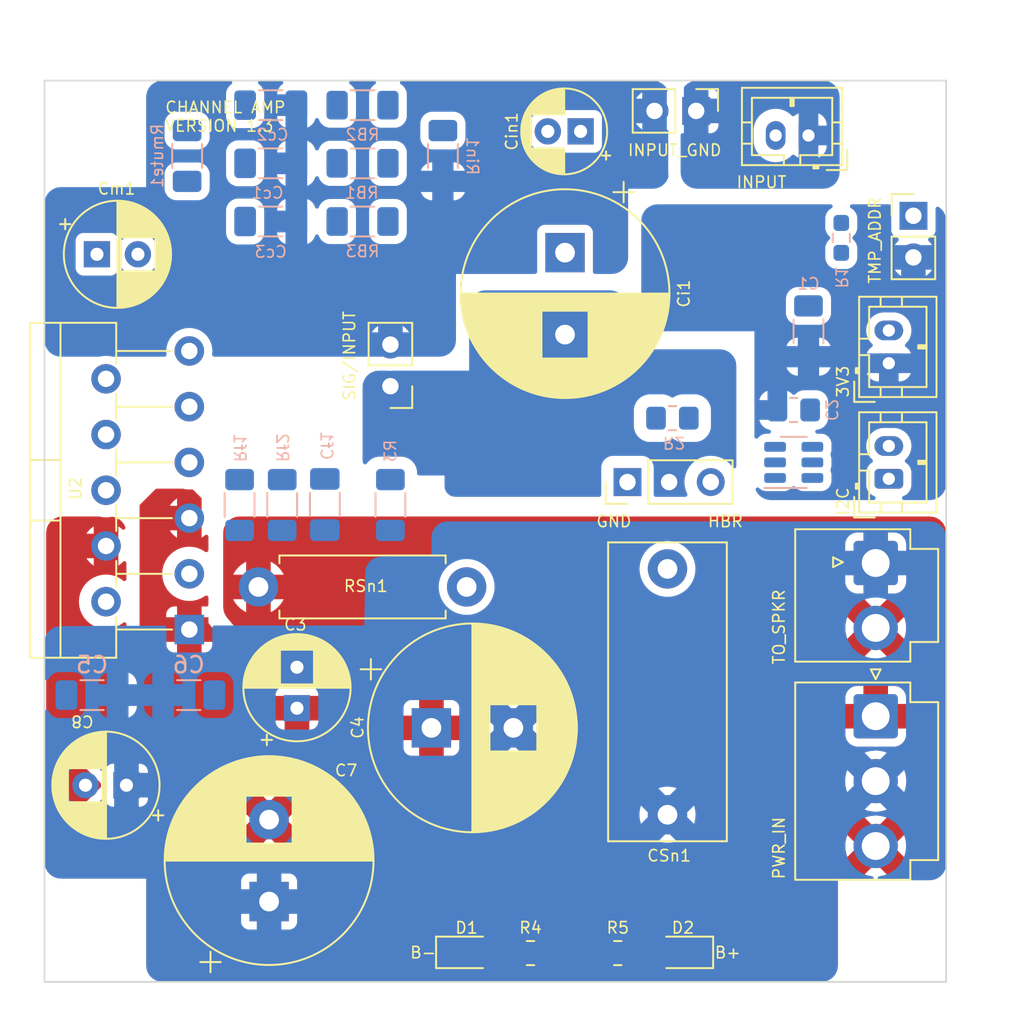
<source format=kicad_pcb>
(kicad_pcb (version 20221018) (generator pcbnew)
  (layers (0 "F.Cu" signal) (31 "B.Cu" signal) (34 "B.Paste" user) (35 "F.Paste" user) (36 "B.SilkS" user "B.Silkscreen") (37 "F.SilkS" user "F.Silkscreen") (38 "B.Mask" user) (39 "F.Mask" user) (44 "Edge.Cuts" user))
  (net 0 "")
  (net 1 "Net-(U2-+)")
  (net 2 "Net-(Cf1-Pad1)")
  (net 3 "CH1-IN")
  (net 4 "Net-(Ci1-Pad1)")
  (net 5 "VP")
  (net 6 "VM")
  (net 7 "CH1-OUT")
  (net 8 "INPUTGND")
  (net 9 "PGND")
  (net 10 "Net-(U2-MUTE)")
  (net 11 "Net-(CSn1-Pad2)")
  (net 12 "Net-(D1-A)")
  (net 13 "Net-(D2-A)")
  (net 14 "Net-(Cin1-Pad2)")
  (net 15 "DGND")
  (net 16 "3V3")
  (net 17 "ADD1")
  (net 18 "SIGGND")
  (net 19 "SCL")
  (net 20 "SDA")
  (net 21 "Net-(J7-Pin_3)")
  (net 25 "CH1GND")
  (net 26 "OPAMP_NEG")
  (net 27 "Net-(Cc2-Pad1)")
  (net 28 "Net-(Cc1-Pad1)")
  (footprint "Capacitor_THT:CP_Radial_D6.3mm_P2.50mm" (layer "F.Cu") (at 81.3 120.45 180)
    (fp_text reference "C8" (at 2.687379 3.9 180 unlocked) (layer "F.SilkS") (effects (font (size 0.7 0.7) (thickness 0.1))))
    (fp_text value "22U 50V")
    (pad "1" thru_hole rect (at 0 0 180) (size 1.6 1.6) (drill 0.8) (layers "*.Cu" "*.Mask") (net 9 "PGND"))
    (pad "2" thru_hole circle (at 2.5 0 180) (size 1.6 1.6) (drill 0.8) (layers "*.Cu" "*.Mask") (net 6 "VM"))
  )
  (footprint "Resistor_SMD:R_0805_2012Metric_Pad1.20x1.40mm_HandSolder" (layer "F.Cu") (at 111.27 130.695 180)
    (fp_text reference "R5" (at 0 1.545 unlocked) (layer "F.SilkS") (effects (font (size 0.7 0.7) (thickness 0.1))))
    (fp_text value "9.1K")
    (pad "1" smd roundrect (at -1 0 180) (size 1.2 1.4) (layers "F.Cu" "F.Paste" "F.Mask") (roundrect_rratio 0.2083333333) (net 13 "Net-(D2-A)"))
    (pad "2" smd roundrect (at 1 0 180) (size 1.2 1.4) (layers "F.Cu" "F.Paste" "F.Mask") (roundrect_rratio 0.2083333333) (net 5 "VP"))
  )
  (footprint "Capacitor_THT:CP_Radial_D6.3mm_P2.50mm" (layer "F.Cu") (at 91.7 115.75 90)
    (fp_text reference "C3" (at 5.1 -0.1 unlocked) (layer "F.SilkS") (effects (font (size 0.7 0.7) (thickness 0.1))))
    (fp_text value "22U 50V")
    (pad "1" thru_hole rect (at 0 0 90) (size 1.6 1.6) (drill 0.8) (layers "*.Cu" "*.Mask") (net 5 "VP"))
    (pad "2" thru_hole circle (at 2.5 0 90) (size 1.6 1.6) (drill 0.8) (layers "*.Cu" "*.Mask") (net 9 "PGND"))
  )
  (footprint "Capacitor_THT:CP_Radial_D12.5mm_P5.00mm" (layer "F.Cu") (at 108.05 87.95 -90)
    (fp_text reference "Ci1" (at 2.5 -7.25 90 unlocked) (layer "F.SilkS") (effects (font (size 0.7 0.7) (thickness 0.1))))
    (fp_text value "1000U 35V")
    (pad "1" thru_hole rect (at 0 0 270) (size 2.4 2.4) (drill 1.2) (layers "*.Cu" "*.Mask") (net 4 "Net-(Ci1-Pad1)"))
    (pad "2" thru_hole circle (at 5 0 270) (size 2.4 2.4) (drill 1.2) (layers "*.Cu" "*.Mask") (net 18 "SIGGND"))
  )
  (footprint "MountingHole:MountingHole_3mm" (layer "F.Cu") (at 128.8 129.95)
    (fp_text reference "H4" hide)
    (fp_text value "MountingHole")
    (pad "" np_thru_hole circle (at 0 0) (size 3 3) (drill 3) (layers "*.Cu" "*.Mask"))
  )
  (footprint "Connector_JST:JST_PH_B2B-PH-K_1x02_P2.00mm_Vertical" (layer "F.Cu") (at 122.9 80.8 180)
    (fp_text reference "J3" hide)
    (fp_text value "Conn_01x02_Male")
    (pad "1" thru_hole roundrect (at 0 0 180) (size 1.2 1.75) (drill 0.75) (layers "*.Cu" "*.Mask") (roundrect_rratio 0.2083333333) (net 25 "CH1GND"))
    (pad "2" thru_hole oval (at 2 0 180) (size 1.2 1.75) (drill 0.75) (layers "*.Cu" "*.Mask") (net 3 "CH1-IN"))
  )
  (footprint "Connector_JST:JST_VH_B3P-VH-B_1x03_P3.96mm_Vertical" (layer "F.Cu") (at 127 116.24 -90)
    (fp_text reference "J9" hide)
    (fp_text value "Conn_01x03_Male")
    (pad "1" thru_hole roundrect (at 0 0 270) (size 2.7 2.7) (drill 1.7) (layers "*.Cu" "*.Mask") (roundrect_rratio 0.09259296296) (net 5 "VP"))
    (pad "2" thru_hole circle (at 3.96 0 270) (size 2.7 2.7) (drill 1.7) (layers "*.Cu" "*.Mask") (net 9 "PGND"))
    (pad "3" thru_hole circle (at 7.92 0 270) (size 2.7 2.7) (drill 1.7) (layers "*.Cu" "*.Mask") (net 6 "VM"))
  )
  (footprint "Connector_JST:JST_PH_B2B-PH-K_1x02_P2.00mm_Vertical" (layer "F.Cu") (at 127.8 101.75 90)
    (fp_text reference "J6" hide)
    (fp_text value "Conn_01x02_Male")
    (pad "1" thru_hole roundrect (at 0 0 90) (size 1.2 1.75) (drill 0.75) (layers "*.Cu" "*.Mask") (roundrect_rratio 0.2083333333) (net 19 "SCL"))
    (pad "2" thru_hole oval (at 2 0 90) (size 1.2 1.75) (drill 0.75) (layers "*.Cu" "*.Mask") (net 20 "SDA"))
  )
  (footprint "Resistor_THT:R_Axial_DIN0411_L9.9mm_D3.6mm_P12.70mm_Horizontal" (layer "F.Cu") (at 102.05 108.35 180)
    (fp_text reference "RSn1" (at 6.15 0.05 unlocked) (layer "F.SilkS") (effects (font (size 0.7 0.7) (thickness 0.1))))
    (fp_text value "4R7")
    (pad "1" thru_hole circle (at 0 0 180) (size 2.4 2.4) (drill 1.2) (layers "*.Cu" "*.Mask") (net 11 "Net-(CSn1-Pad2)"))
    (pad "2" thru_hole oval (at 12.7 0 180) (size 2.4 2.4) (drill 1.2) (layers "*.Cu" "*.Mask") (net 7 "CH1-OUT"))
  )
  (footprint "Connector_PinHeader_2.54mm:PinHeader_1x02_P2.54mm_Vertical" (layer "F.Cu") (at 116.05 79.3 -90)
    (fp_text reference "J1" hide)
    (fp_text value "Conn_01x02_Male")
    (pad "1" thru_hole rect (at 0 0 270) (size 1.7 1.7) (drill 1) (layers "*.Cu" "*.Mask") (net 25 "CH1GND"))
    (pad "2" thru_hole oval (at 0 2.54 270) (size 1.7 1.7) (drill 1) (layers "*.Cu" "*.Mask") (net 8 "INPUTGND"))
  )
  (footprint "MountingHole:MountingHole_3mm" (layer "F.Cu") (at 78.8 79.95)
    (fp_text reference "H1" hide)
    (fp_text value "MountingHole")
    (pad "" np_thru_hole circle (at 0 0) (size 3 3) (drill 3) (layers "*.Cu" "*.Mask"))
  )
  (footprint "Package_TO_SOT_THT:TO-220-11_P3.4x5.08mm_StaggerOdd_Lead4.85mm_Vertical" (layer "F.Cu") (at 85.135 110.95 90)
    (fp_text reference "U2" (at 8.6 -6.935 90 unlocked) (layer "F.SilkS") (effects (font (size 0.7 0.7) (thickness 0.1))))
    (fp_text value "LM3886")
    (pad "1" thru_hole rect (at 0 0 90) (size 1.8 1.8) (drill 1) (layers "*.Cu" "*.Mask") (net 5 "VP"))
    (pad "2" thru_hole oval (at 1.7 -5.08 90) (size 1.8 1.8) (drill 1) (layers "*.Cu" "*.Mask"))
    (pad "3" thru_hole oval (at 3.4 0 90) (size 1.8 1.8) (drill 1) (layers "*.Cu" "*.Mask") (net 7 "CH1-OUT"))
    (pad "4" thru_hole oval (at 5.1 -5.08 90) (size 1.8 1.8) (drill 1) (layers "*.Cu" "*.Mask") (net 6 "VM"))
    (pad "5" thru_hole oval (at 6.8 0 90) (size 1.8 1.8) (drill 1) (layers "*.Cu" "*.Mask") (net 5 "VP"))
    (pad "6" thru_hole oval (at 8.5 -5.08 90) (size 1.8 1.8) (drill 1) (layers "*.Cu" "*.Mask"))
    (pad "7" thru_hole oval (at 10.2 0 90) (size 1.8 1.8) (drill 1) (layers "*.Cu" "*.Mask") (net 9 "PGND"))
    (pad "8" thru_hole oval (at 11.9 -5.08 90) (size 1.8 1.8) (drill 1) (layers "*.Cu" "*.Mask") (net 10 "Net-(U2-MUTE)"))
    (pad "9" thru_hole oval (at 13.6 0 90) (size 1.8 1.8) (drill 1) (layers "*.Cu" "*.Mask") (net 26 "OPAMP_NEG"))
    (pad "10" thru_hole oval (at 15.3 -5.08 90) (size 1.8 1.8) (drill 1) (layers "*.Cu" "*.Mask") (net 1 "Net-(U2-+)"))
    (pad "11" thru_hole oval (at 17 0 90) (size 1.8 1.8) (drill 1) (layers "*.Cu" "*.Mask"))
  )
  (footprint "Capacitor_THT:CP_Radial_D5.0mm_P2.00mm" (layer "F.Cu") (at 109 80.55 180)
    (fp_text reference "Cin1" (at 4.2 0 90 unlocked) (layer "F.SilkS") (effects (font (size 0.7 0.7) (thickness 0.1))))
    (fp_text value "10UF")
    (pad "1" thru_hole rect (at 0 0 180) (size 1.6 1.6) (drill 0.8) (layers "*.Cu" "*.Mask") (net 3 "CH1-IN"))
    (pad "2" thru_hole circle (at 2 0 180) (size 1.6 1.6) (drill 0.8) (layers "*.Cu" "*.Mask") (net 14 "Net-(Cin1-Pad2)"))
  )
  (footprint "Connector_PinHeader_2.54mm:PinHeader_1x03_P2.54mm_Vertical" (layer "F.Cu") (at 111.86 101.95 90)
    (fp_text reference "J7" hide)
    (fp_text value "Conn_01x03_Male")
    (pad "1" thru_hole rect (at 0 0 90) (size 1.7 1.7) (drill 1) (layers "*.Cu" "*.Mask") (net 9 "PGND"))
    (pad "2" thru_hole oval (at 0 2.54 90) (size 1.7 1.7) (drill 1) (layers "*.Cu" "*.Mask") (net 18 "SIGGND"))
    (pad "3" thru_hole oval (at 0 5.08 90) (size 1.7 1.7) (drill 1) (layers "*.Cu" "*.Mask") (net 21 "Net-(J7-Pin_3)"))
  )
  (footprint "Capacitor_THT:C_Rect_L18.0mm_W7.0mm_P15.00mm_FKS3_FKP3" (layer "F.Cu") (at 114.3 122.25 90)
    (fp_text reference "CSn1" (at -2.5 0.1 unlocked) (layer "F.SilkS") (effects (font (size 0.7 0.7) (thickness 0.1))))
    (fp_text value " 220N PP 100V")
    (pad "1" thru_hole circle (at 0 0 90) (size 2.4 2.4) (drill 1.2) (layers "*.Cu" "*.Mask") (net 9 "PGND"))
    (pad "2" thru_hole circle (at 15 0 90) (size 2.4 2.4) (drill 1.2) (layers "*.Cu" "*.Mask") (net 11 "Net-(CSn1-Pad2)"))
  )
  (footprint "Resistor_SMD:R_0805_2012Metric_Pad1.20x1.40mm_HandSolder" (layer "F.Cu") (at 105.945 130.695)
    (fp_text reference "R4" (at 0 -1.545 unlocked) (layer "F.SilkS") (effects (font (size 0.7 0.7) (thickness 0.1))))
    (fp_text value "9.1K")
    (pad "1" smd roundrect (at -1 0) (size 1.2 1.4) (layers "F.Cu" "F.Paste" "F.Mask") (roundrect_rratio 0.2083333333) (net 12 "Net-(D1-A)"))
    (pad "2" smd roundrect (at 1 0) (size 1.2 1.4) (layers "F.Cu" "F.Paste" "F.Mask") (roundrect_rratio 0.2083333333) (net 9 "PGND"))
  )
  (footprint "Connector_JST:JST_PH_B2B-PH-K_1x02_P2.00mm_Vertical" (layer "F.Cu") (at 127.8 94.7 90)
    (fp_text reference "J4" hide)
    (fp_text value "Conn_01x02_Male")
    (pad "1" thru_hole roundrect (at 0 0 90) (size 1.2 1.75) (drill 0.75) (layers "*.Cu" "*.Mask") (roundrect_rratio 0.2083333333) (net 15 "DGND"))
    (pad "2" thru_hole oval (at 2 0 90) (size 1.2 1.75) (drill 0.75) (layers "*.Cu" "*.Mask") (net 16 "3V3"))
  )
  (footprint "MountingHole:MountingHole_3mm" (layer "F.Cu") (at 128.8 79.95)
    (fp_text reference "H2" hide)
    (fp_text value "MountingHole")
    (pad "" np_thru_hole circle (at 0 0) (size 3 3) (drill 3) (layers "*.Cu" "*.Mask"))
  )
  (footprint "Connector_JST:JST_VH_B2P-VH_1x02_P3.96mm_Vertical" (layer "F.Cu") (at 127 106.89 -90)
    (fp_text reference "J8" hide)
    (fp_text value "Conn_01x02_Male")
    (pad "1" thru_hole roundrect (at 0 0 270) (size 2.7 2.7) (drill 1.7) (layers "*.Cu" "*.Mask") (roundrect_rratio 0.09259296296) (net 9 "PGND"))
    (pad "2" thru_hole circle (at 3.96 0 270) (size 2.7 2.7) (drill 1.7) (layers "*.Cu" "*.Mask") (net 7 "CH1-OUT"))
  )
  (footprint "LED_SMD:LED_0805_2012Metric_Pad1.15x1.40mm_HandSolder" (layer "F.Cu") (at 115.225 130.65 180)
    (fp_text reference "D2" (at -0.02 1.5 unlocked) (layer "F.SilkS") (effects (font (size 0.7 0.7) (thickness 0.1))))
    (fp_text value "BLUE")
    (pad "1" smd roundrect (at -1.025 0 180) (size 1.15 1.4) (layers "F.Cu" "F.Paste" "F.Mask") (roundrect_rratio 0.2173913043) (net 9 "PGND"))
    (pad "2" smd roundrect (at 1.025 0 180) (size 1.15 1.4) (layers "F.Cu" "F.Paste" "F.Mask") (roundrect_rratio 0.2173913043) (net 13 "Net-(D2-A)"))
  )
  (footprint "Connector_PinHeader_2.54mm:PinHeader_1x02_P2.54mm_Vertical" (layer "F.Cu") (at 129.3 85.7)
    (fp_text reference "J2" hide)
    (fp_text value "Conn_01x02_Male")
    (pad "1" thru_hole rect (at 0 0) (size 1.7 1.7) (drill 1) (layers "*.Cu" "*.Mask") (net 17 "ADD1"))
    (pad "2" thru_hole oval (at 0 2.54) (size 1.7 1.7) (drill 1) (layers "*.Cu" "*.Mask") (net 15 "DGND"))
  )
  (footprint "Capacitor_THT:CP_Radial_D6.3mm_P2.50mm" (layer "F.Cu") (at 79.5 88.05)
    (fp_text reference "Cm1" (at 1.2 -4 unlocked) (layer "F.SilkS") (effects (font (size 0.7 0.7) (thickness 0.1))))
    (fp_text value "47U 50V")
    (pad "1" thru_hole rect (at 0 0) (size 1.6 1.6) (drill 0.8) (layers "*.Cu" "*.Mask") (net 9 "PGND"))
    (pad "2" thru_hole circle (at 2.5 0) (size 1.6 1.6) (drill 0.8) (layers "*.Cu" "*.Mask") (net 10 "Net-(U2-MUTE)"))
  )
  (footprint "Capacitor_THT:CP_Radial_D12.5mm_P5.00mm" (layer "F.Cu") (at 99.9 116.95)
    (fp_text reference "C4" (at -4.5 -0.0175 90 unlocked) (layer "F.SilkS") (effects (font (size 0.7 0.7) (thickness 0.1))))
    (fp_text value "1000U 50V")
    (pad "1" thru_hole rect (at 0 0) (size 2.4 2.4) (drill 1.2) (layers "*.Cu" "*.Mask") (net 5 "VP"))
    (pad "2" thru_hole circle (at 5 0) (size 2.4 2.4) (drill 1.2) (layers "*.Cu" "*.Mask") (net 9 "PGND"))
  )
  (footprint "MountingHole:MountingHole_3mm" (layer "F.Cu") (at 78.8 129.95)
    (fp_text reference "H3" hide)
    (fp_text value "MountingHole")
    (pad "" np_thru_hole circle (at 0 0) (size 3 3) (drill 3) (layers "*.Cu" "*.Mask"))
  )
  (footprint "Connector_PinHeader_2.54mm:PinHeader_1x02_P2.54mm_Vertical" (layer "F.Cu") (at 97.4 96.1 180)
    (fp_text reference "J5" hide)
    (fp_text value "Conn_01x02_Male")
    (pad "1" thru_hole rect (at 0 0 180) (size 1.7 1.7) (drill 1) (layers "*.Cu" "*.Mask") (net 18 "SIGGND"))
    (pad "2" thru_hole oval (at 0 2.54 180) (size 1.7 1.7) (drill 1) (layers "*.Cu" "*.Mask") (net 8 "INPUTGND"))
  )
  (footprint "LED_SMD:LED_0805_2012Metric_Pad1.15x1.40mm_HandSolder" (layer "F.Cu") (at 102.045 130.65)
    (fp_text reference "D1" (at 0 -1.5 unlocked) (layer "F.SilkS") (effects (font (size 0.7 0.7) (thickness 0.1))))
    (fp_text value "YELLOW")
    (pad "1" smd roundrect (at -1.025 0) (size 1.15 1.4) (layers "F.Cu" "F.Paste" "F.Mask") (roundrect_rratio 0.2173913043) (net 6 "VM"))
    (pad "2" smd roundrect (at 1.025 0) (size 1.15 1.4) (layers "F.Cu" "F.Paste" "F.Mask") (roundrect_rratio 0.2173913043) (net 12 "Net-(D1-A)"))
  )
  (footprint "Capacitor_THT:CP_Radial_D12.5mm_P5.00mm" (layer "F.Cu") (at 90 127.55 90)
    (fp_text reference "C7" (at 8 4.7 unlocked) (layer "F.SilkS") (effects (font (size 0.7 0.7) (thickness 0.1))))
    (fp_text value "1000U 50V")
    (pad "1" thru_hole rect (at 0 0 90) (size 2.4 2.4) (drill 1.2) (layers "*.Cu" "*.Mask") (net 9 "PGND"))
    (pad "2" thru_hole circle (at 5 0 90) (size 2.4 2.4) (drill 1.2) (layers "*.Cu" "*.Mask") (net 6 "VM"))
  )
  (footprint "Resistor_SMD:R_1206_3216Metric_Pad1.30x1.75mm_HandSolder" (layer "B.Cu") (at 97.4 103.35 90)
    (fp_text reference "R3" (at 3.3 0 90 unlocked) (layer "B.SilkS") (effects (font (size 0.7 0.7) (thickness 0.1)) (justify mirror)))
    (fp_text value "1.0K")
    (pad "1" smd roundrect (at -1.55 0 90) (size 1.3 1.75) (layers "B.Cu" "B.Paste" "B.Mask") (roundrect_rratio 0.192308) (net 26 "OPAMP_NEG"))
    (pad "2" smd roundrect (at 1.55 0 90) (size 1.3 1.75) (layers "B.Cu" "B.Paste" "B.Mask") (roundrect_rratio 0.192308) (net 4 "Net-(Ci1-Pad1)"))
  )
  (footprint "Resistor_SMD:R_0805_2012Metric_Pad1.20x1.40mm_HandSolder" (layer "B.Cu") (at 114.6 98.05 180)
    (fp_text reference "R2" (at -0.1 -1.5 180 unlocked) (layer "B.SilkS") (effects (font (size 0.7 0.7) (thickness 0.1)) (justify mirror)))
    (fp_text value "15R")
    (pad "1" smd roundrect (at -1 0 180) (size 1.2 1.4) (layers "B.Cu" "B.Paste" "B.Mask") (roundrect_rratio 0.2083333333) (net 21 "Net-(J7-Pin_3)"))
    (pad "2" smd roundrect (at 1 0 180) (size 1.2 1.4) (layers "B.Cu" "B.Paste" "B.Mask") (roundrect_rratio 0.2083333333) (net 9 "PGND"))
  )
  (footprint "Capacitor_SMD:C_1206_3216Metric_Pad1.33x1.80mm_HandSolder" (layer "B.Cu") (at 90.1 82.5)
    (fp_text reference "Cc1" (at -0.2 1.8 unlocked) (layer "B.SilkS") (effects (font (size 0.7 0.7) (thickness 0.1)) (justify mirror)))
    (fp_text value "680P")
    (pad "1" smd roundrect (at -1.5625 0) (size 1.325 1.8) (layers "B.Cu" "B.Paste" "B.Mask") (roundrect_rratio 0.188679) (net 28 "Net-(Cc1-Pad1)"))
    (pad "2" smd roundrect (at 1.5625 0) (size 1.325 1.8) (layers "B.Cu" "B.Paste" "B.Mask") (roundrect_rratio 0.188679) (net 8 "INPUTGND"))
  )
  (footprint "Capacitor_SMD:C_1206_3216Metric_Pad1.33x1.80mm_HandSolder" (layer "B.Cu") (at 90.1 86.05)
    (fp_text reference "Cc3" (at 0 1.85 unlocked) (layer "B.SilkS") (effects (font (size 0.7 0.7) (thickness 0.1)) (justify mirror)))
    (fp_text value "680P")
    (pad "1" smd roundrect (at -1.5625 0) (size 1.325 1.8) (layers "B.Cu" "B.Paste" "B.Mask") (roundrect_rratio 0.188679) (net 1 "Net-(U2-+)"))
    (pad "2" smd roundrect (at 1.5625 0) (size 1.325 1.8) (layers "B.Cu" "B.Paste" "B.Mask") (roundrect_rratio 0.188679) (net 8 "INPUTGND"))
  )
  (footprint "Capacitor_SMD:C_1206_3216Metric_Pad1.33x1.80mm_HandSolder" (layer "B.Cu") (at 85.1 114.95 180)
    (fp_text reference "C6" (at 0 1.85) (layer "B.SilkS") (effects (justify mirror)))
    (fp_text value "4.7U X7R 50V")
    (pad "1" smd roundrect (at -1.5625 0 180) (size 1.325 1.8) (layers "B.Cu" "B.Paste" "B.Mask") (roundrect_rratio 0.188679) (net 5 "VP"))
    (pad "2" smd roundrect (at 1.5625 0 180) (size 1.325 1.8) (layers "B.Cu" "B.Paste" "B.Mask") (roundrect_rratio 0.188679) (net 9 "PGND"))
  )
  (footprint "Package_TO_SOT_SMD:SOT-23-6" (layer "B.Cu") (at 122 100.75)
    (fp_text reference "U1" hide)
    (fp_text value "TMP100")
    (pad "1" smd roundrect (at -1.1375 0.95) (size 1.325 0.6) (layers "B.Cu" "B.Paste" "B.Mask") (net 19 "SCL"))
    (pad "2" smd roundrect (at -1.1375 0) (size 1.325 0.6) (layers "B.Cu" "B.Paste" "B.Mask") (net 15 "DGND"))
    (pad "3" smd roundrect (at -1.1375 -0.95) (size 1.325 0.6) (layers "B.Cu" "B.Paste" "B.Mask") (net 17 "ADD1"))
    (pad "4" smd roundrect (at 1.1375 -0.95) (size 1.325 0.6) (layers "B.Cu" "B.Paste" "B.Mask") (net 16 "3V3"))
    (pad "5" smd roundrect (at 1.1375 0) (size 1.325 0.6) (layers "B.Cu" "B.Paste" "B.Mask") (net 16 "3V3"))
    (pad "6" smd roundrect (at 1.1375 0.95) (size 1.325 0.6) (layers "B.Cu" "B.Paste" "B.Mask") (net 20 "SDA"))
  )
  (footprint "Resistor_SMD:R_1206_3216Metric_Pad1.30x1.75mm_HandSolder" (layer "B.Cu") (at 95.7 82.5 180)
    (fp_text reference "RB1" (at 0.05 -1.8 unlocked) (layer "B.SilkS") (effects (font (size 0.7 0.7) (thickness 0.1)) (justify mirror)))
    (fp_text value "1.2K")
    (pad "1" smd roundrect (at -1.55 0 180) (size 1.3 1.75) (layers "B.Cu" "B.Paste" "B.Mask") (roundrect_rratio 0.192308) (net 27 "Net-(Cc2-Pad1)"))
    (pad "2" smd roundrect (at 1.55 0 180) (size 1.3 1.75) (layers "B.Cu" "B.Paste" "B.Mask") (roundrect_rratio 0.192308) (net 28 "Net-(Cc1-Pad1)"))
  )
  (footprint "Capacitor_SMD:C_1206_3216Metric_Pad1.33x1.80mm_HandSolder" (layer "B.Cu") (at 90.1 78.95)
    (fp_text reference "Cc2" (at 0.1 1.8 unlocked) (layer "B.SilkS") (effects (font (size 0.7 0.7) (thickness 0.1)) (justify mirror)))
    (fp_text value "680P")
    (pad "1" smd roundrect (at -1.5625 0) (size 1.325 1.8) (layers "B.Cu" "B.Paste" "B.Mask") (roundrect_rratio 0.188679) (net 27 "Net-(Cc2-Pad1)"))
    (pad "2" smd roundrect (at 1.5625 0) (size 1.325 1.8) (layers "B.Cu" "B.Paste" "B.Mask") (roundrect_rratio 0.188679) (net 8 "INPUTGND"))
  )
  (footprint "Capacitor_SMD:C_1206_3216Metric_Pad1.33x1.80mm_HandSolder" (layer "B.Cu") (at 79.2 114.95 180)
    (fp_text reference "C5" (at 0 1.85) (layer "B.SilkS") (effects (justify mirror)))
    (fp_text value "4.7U X7R 50V")
    (pad "1" smd roundrect (at -1.5625 0 180) (size 1.325 1.8) (layers "B.Cu" "B.Paste" "B.Mask") (roundrect_rratio 0.188679) (net 9 "PGND"))
    (pad "2" smd roundrect (at 1.5625 0 180) (size 1.325 1.8) (layers "B.Cu" "B.Paste" "B.Mask") (roundrect_rratio 0.188679) (net 6 "VM"))
  )
  (footprint "Resistor_SMD:R_1206_3216Metric_Pad1.30x1.75mm_HandSolder" (layer "B.Cu") (at 122.9 92.75 90)
    (fp_text reference "C1" (at 2.9 0 unlocked) (layer "B.SilkS") (effects (font (size 0.7 0.7) (thickness 0.1)) (justify mirror)))
    (fp_text value "10U")
    (pad "1" smd roundrect (at -1.55 0 90) (size 1.3 1.75) (layers "B.Cu" "B.Paste" "B.Mask") (roundrect_rratio 0.1923076923) (net 15 "DGND"))
    (pad "2" smd roundrect (at 1.55 0 90) (size 1.3 1.75) (layers "B.Cu" "B.Paste" "B.Mask") (roundrect_rratio 0.1923076923) (net 16 "3V3"))
  )
  (footprint "Resistor_SMD:R_0603_1608Metric_Pad0.98x0.95mm_HandSolder" (layer "B.Cu") (at 124.9 87.05 90)
    (fp_text reference "R1" (at -2.4 0 270 unlocked) (layer "B.SilkS") (effects (font (size 0.7 0.7) (thickness 0.1)) (justify mirror)))
    (fp_text value "4.7K")
    (pad "1" smd roundrect (at -0.9125 0 90) (size 0.975 0.95) (layers "B.Cu" "B.Paste" "B.Mask") (net 16 "3V3"))
    (pad "2" smd roundrect (at 0.9125 0 90) (size 0.975 0.95) (layers "B.Cu" "B.Paste" "B.Mask") (net 17 "ADD1"))
  )
  (footprint "Resistor_SMD:R_1206_3216Metric_Pad1.30x1.75mm_HandSolder" (layer "B.Cu") (at 85 82.05 -90)
    (fp_text reference "Rmute1" (at 0 1.82 90 unlocked) (layer "B.SilkS") (effects (font (size 0.7 0.7) (thickness 0.1)) (justify mirror)))
    (fp_text value "38.6K")
    (pad "1" smd roundrect (at -1.55 0 270) (size 1.3 1.75) (layers "B.Cu" "B.Paste" "B.Mask") (roundrect_rratio 0.192308) (net 10 "Net-(U2-MUTE)"))
    (pad "2" smd roundrect (at 1.55 0 270) (size 1.3 1.75) (layers "B.Cu" "B.Paste" "B.Mask") (roundrect_rratio 0.192308) (net 6 "VM"))
  )
  (footprint "Resistor_SMD:R_1206_3216Metric_Pad1.30x1.75mm_HandSolder" (layer "B.Cu") (at 95.7 86.05)
    (fp_text reference "RB3" (at 0 1.82 unlocked) (layer "B.SilkS") (effects (font (size 0.7 0.7) (thickness 0.1)) (justify mirror)))
    (fp_text value "1.2K")
    (pad "1" smd roundrect (at -1.55 0) (size 1.3 1.75) (layers "B.Cu" "B.Paste" "B.Mask") (roundrect_rratio 0.192308) (net 28 "Net-(Cc1-Pad1)"))
    (pad "2" smd roundrect (at 1.55 0) (size 1.3 1.75) (layers "B.Cu" "B.Paste" "B.Mask") (roundrect_rratio 0.192308) (net 1 "Net-(U2-+)"))
  )
  (footprint "Resistor_SMD:R_1206_3216Metric_Pad1.30x1.75mm_HandSolder" (layer "B.Cu") (at 100.6 82.05 90)
    (fp_text reference "Rin1" (at 0 1.8 270 unlocked) (layer "B.SilkS") (effects (font (size 0.7 0.7) (thickness 0.1)) (justify mirror)))
    (fp_text value "20K")
    (pad "1" smd roundrect (at -1.55 0 90) (size 1.3 1.75) (layers "B.Cu" "B.Paste" "B.Mask") (roundrect_rratio 0.192308) (net 8 "INPUTGND"))
    (pad "2" smd roundrect (at 1.55 0 90) (size 1.3 1.75) (layers "B.Cu" "B.Paste" "B.Mask") (roundrect_rratio 0.192308) (net 14 "Net-(Cin1-Pad2)"))
  )
  (footprint "Resistor_SMD:R_0805_2012Metric_Pad1.20x1.40mm_HandSolder" (layer "B.Cu") (at 122 97.55)
    (fp_text reference "C2" (at 2.3 0 270 unlocked) (layer "B.SilkS") (effects (font (size 0.7 0.7) (thickness 0.1)) (justify mirror)))
    (fp_text value "100N")
    (pad "1" smd roundrect (at -1 0) (size 1.2 1.4) (layers "B.Cu" "B.Paste" "B.Mask") (roundrect_rratio 0.2083333333) (net 15 "DGND"))
    (pad "2" smd roundrect (at 1 0) (size 1.2 1.4) (layers "B.Cu" "B.Paste" "B.Mask") (roundrect_rratio 0.2083333333) (net 16 "3V3"))
  )
  (footprint "Capacitor_SMD:C_1206_3216Metric_Pad1.33x1.80mm_HandSolder" (layer "B.Cu") (at 93.4 103.32 -90)
    (fp_text reference "Cf1" (at -3.6 -0.1 -90 unlocked) (layer "B.SilkS") (effects (font (size 0.7 0.7) (thickness 0.1)) (justify mirror)))
    (fp_text value "47P")
    (pad "1" smd roundrect (at -1.5625 0 270) (size 1.325 1.8) (layers "B.Cu" "B.Paste" "B.Mask") (roundrect_rratio 0.188679) (net 2 "Net-(Cf1-Pad1)"))
    (pad "2" smd roundrect (at 1.5625 0 270) (size 1.325 1.8) (layers "B.Cu" "B.Paste" "B.Mask") (roundrect_rratio 0.188679) (net 26 "OPAMP_NEG"))
  )
  (footprint "Resistor_SMD:R_1206_3216Metric_Pad1.30x1.75mm_HandSolder" (layer "B.Cu") (at 90.8 103.35 90)
    (fp_text reference "Rf2" (at 3.5 0 270 unlocked) (layer "B.SilkS") (effects (font (size 0.7 0.7) (thickness 0.1)) (justify mirror)))
    (fp_text value "20K")
    (pad "1" smd roundrect (at -1.55 0 90) (size 1.3 1.75) (layers "B.Cu" "B.Paste" "B.Mask") (roundrect_rratio 0.192308) (net 7 "CH1-OUT"))
    (pad "2" smd roundrect (at 1.55 0 90) (size 1.3 1.75) (layers "B.Cu" "B.Paste" "B.Mask") (roundrect_rratio 0.192308) (net 2 "Net-(Cf1-Pad1)"))
  )
  (footprint "Resistor_SMD:R_1206_3216Metric_Pad1.30x1.75mm_HandSolder" (layer "B.Cu") (at 95.7 78.95)
    (fp_text reference "RB2" (at 0 1.8 unlocked) (layer "B.SilkS") (effects (font (size 0.7 0.7) (thickness 0.1)) (justify mirror)))
    (fp_text value "1.2K")
    (pad "1" smd roundrect (at -1.55 0) (size 1.3 1.75) (layers "B.Cu" "B.Paste" "B.Mask") (roundrect_rratio 0.192308) (net 14 "Net-(Cin1-Pad2)"))
    (pad "2" smd roundrect (at 1.55 0) (size 1.3 1.75) (layers "B.Cu" "B.Paste" "B.Mask") (roundrect_rratio 0.192308) (net 27 "Net-(Cc2-Pad1)"))
  )
  (footprint "Resistor_SMD:R_1206_3216Metric_Pad1.30x1.75mm_HandSolder" (layer "B.Cu") (at 88.2 103.35 90)
    (fp_text reference "Rf1" (at 3.5 0 270 unlocked) (layer "B.SilkS") (effects (font (size 0.7 0.7) (thickness 0.1)) (justify mirror)))
    (fp_text value "20K")
    (pad "1" smd roundrect (at -1.55 0 90) (size 1.3 1.75) (layers "B.Cu" "B.Paste" "B.Mask") (roundrect_rratio 0.192308) (net 7 "CH1-OUT"))
    (pad "2" smd roundrect (at 1.55 0 90) (size 1.3 1.75) (layers "B.Cu" "B.Paste" "B.Mask") (roundrect_rratio 0.192308) (net 26 "OPAMP_NEG"))
  )
  (gr_line (start 131.3 77.45) (end 131.3 132.45) (stroke (width 0.1)) (layer "Edge.Cuts"))
  (gr_line (start 76.3 77.45) (end 76.3 132.45) (stroke (width 0.1)) (layer "Edge.Cuts"))
  (gr_line (start 76.3 77.45) (end 131.3 77.45) (stroke (width 0.1)) (layer "Edge.Cuts"))
  (gr_line (start 76.3 132.45) (end 131.3 132.45) (stroke (width 0.1)) (layer "Edge.Cuts"))
  (gr_text "GND" (at 109.9 104.35) (layer "F.SilkS") (effects (font (size 0.7 0.7) (thickness 0.1)) (justify left)))
  (gr_text "3V3" (at 125 96.85 90) (layer "F.SilkS") (effects (font (size 0.7 0.7) (thickness 0.1)) (justify left)))
  (gr_text "INPUT_GND" (at 111.825 81.7) (layer "F.SilkS") (effects (font (size 0.7 0.7) (thickness 0.1)) (justify left)))
  (gr_text "HBR\n" (at 116.7 104.35) (layer "F.SilkS") (effects (font (size 0.7 0.7) (thickness 0.1)) (justify left)))
  (gr_text "TO_SPKR" (at 121.1 113.136801 90) (layer "F.SilkS") (effects (font (size 0.7 0.7) (thickness 0.1)) (justify left)))
  (gr_text "B+" (at 117.125 130.665) (layer "F.SilkS") (effects (font (size 0.7 0.7) (thickness 0.1)) (justify left)))
  (gr_text "I2C" (at 125 104.05 90) (layer "F.SilkS") (effects (font (size 0.7 0.7) (thickness 0.1)) (justify left)))
  (gr_text "PWR_IN\n" (at 121.1 126.25 90) (layer "F.SilkS") (effects (font (size 0.7 0.7) (thickness 0.1)) (justify left)))
  (gr_text "SIG/INPUT\n" (at 94.9 97.05 90) (layer "F.SilkS") (effects (font (size 0.7 0.7) (thickness 0.1)) (justify left)))
  (gr_text "CHANNEL AMP\nVERSION 1.3" (at 83.6 79.65) (layer "F.SilkS") (effects (font (size 0.7 0.7) (thickness 0.1)) (justify left)))
  (gr_text "TMP_ADDR\n" (at 126.95 89.9 90) (layer "F.SilkS") (effects (font (size 0.7 0.7) (thickness 0.1)) (justify left)))
  (gr_text "B-" (at 98.545 130.665) (layer "F.SilkS") (effects (font (size 0.7 0.7) (thickness 0.1)) (justify left)))
  (gr_text "INPUT" (at 118.45 83.65) (layer "F.SilkS") (effects (font (size 0.7 0.7) (thickness 0.1)) (justify left)))
  (zone (net 6) (net_name "VM") (layer "F.Cu") (connect_pads (clearance 0.75)) (min_thickness 0.254) (fill yes (thermal_gap 0.508) (thermal_bridge_width 1.5) (smoothing fillet) (radius 1))
    (polygon (pts (xy 81.3 121.05) (xy 129.8 121.05) (xy 129.8 125.95) (xy 124.6 125.95) (xy 124.6 128.15) (xy 82.6 128.15) (xy 82.6 126.15) (xy 76.4 126.15) (xy 76.4 104.05) (xy 81.3 104.05)))
  )
  (zone (net 5) (net_name "VP") (layer "F.Cu") (connect_pads (clearance 0.75)) (min_thickness 0.254) (fill yes (thermal_gap 0.508) (thermal_bridge_width 1.5) (smoothing chamfer) (radius 1))
    (polygon (pts (xy 86.3 110.55) (xy 89 113.85) (xy 99.497845 113.807302) (xy 111.895691 113.764605) (xy 129.804601 113.729842) (xy 129.705026 120.230315) (xy 82.100067 120.250692) (xy 82.100022 102.350006) (xy 86.3 102.35)))
  )
  (zone (net 7) (net_name "CH1-OUT") (layer "F.Cu") (connect_pads (clearance 0.75)) (min_thickness 0.254) (fill yes (thermal_gap 0.508) (thermal_bridge_width 1.5) (smoothing fillet) (radius 1))
    (polygon (pts (xy 131.298184 112.547328) (xy 89.7 112.918394) (xy 87.2 109.95) (xy 87.2 104.05) (xy 131.3 104.05)))
  )
  (zone (net 9) (net_name "PGND") (layer "B.Cu") (connect_pads (clearance 0.5)) (min_thickness 0.254) (fill yes (thermal_gap 0.508) (thermal_bridge_width 1.5) (smoothing fillet) (radius 1))
    (polygon (pts (xy 99.9 104.35) (xy 132.1 104.35) (xy 132.1 126.25) (xy 124.7 126.25) (xy 124.7 133.25) (xy 82.5 133.25) (xy 82.5 126.15) (xy 75 126.15) (xy 75.1 110.75) (xy 86 110.7) (xy 95.807496 110.7) (xy 95.87981 106.520572) (xy 99.9 106.417616)))
  )
  (zone (net 18) (net_name "SIGGND") (layer "B.Cu") (connect_pads yes (clearance 0.75)) (min_thickness 0.254) (fill yes (thermal_gap 0.508) (thermal_bridge_width 1.5) (smoothing fillet) (radius 1))
    (polygon (pts (xy 111.8 93.85) (xy 118.5 93.85) (xy 118.5 102.85) (xy 100.7 102.85) (xy 100.7 101.55) (xy 95.7 101.55) (xy 95.7 95.15) (xy 102.2 95.15) (xy 102.2 90.25) (xy 111.8 90.25)))
  )
  (zone (net 15) (net_name "DGND") (layer "B.Cu") (connect_pads (clearance 0.5)) (min_thickness 0.254) (fill yes (thermal_gap 0.508) (thermal_bridge_width 1.5) (smoothing fillet) (radius 1))
    (polygon (pts (xy 121.4 85) (xy 132 85) (xy 132 103.05) (xy 119.6 103.05) (xy 119.6 92.75) (xy 112.7 92.75) (xy 112.7 85)))
  )
  (zone (net 25) (net_name "CH1GND") (layer "B.Cu") (priority 1) (connect_pads (clearance 0.75)) (min_thickness 0.254) (fill yes (thermal_gap 0.508) (thermal_bridge_width 1.5) (smoothing fillet) (radius 1) (island_removal_mode 1) (island_area_min 10))
    (polygon (pts (xy 115.1 76.95) (xy 115.1 84.05) (xy 124.8 84.05) (xy 124.8 76.75) (xy 125 76.95)))
  )
  (zone (net 8) (net_name "INPUTGND") (layer "B.Cu") (connect_pads (clearance 0.5)) (min_thickness 0.254) (fill yes (thermal_gap 0.508) (thermal_bridge_width 1.5) (smoothing fillet) (radius 1))
    (polygon (pts (xy 114.4 84.05) (xy 111.9 84.05) (xy 111.9 89.25) (xy 101.4 89.25) (xy 101.4 94.3) (xy 75.1 94.3) (xy 75.1 83.95) (xy 82.5 83.95) (xy 82.5 77.05) (xy 114.4 77.05)))
  )
)
</source>
